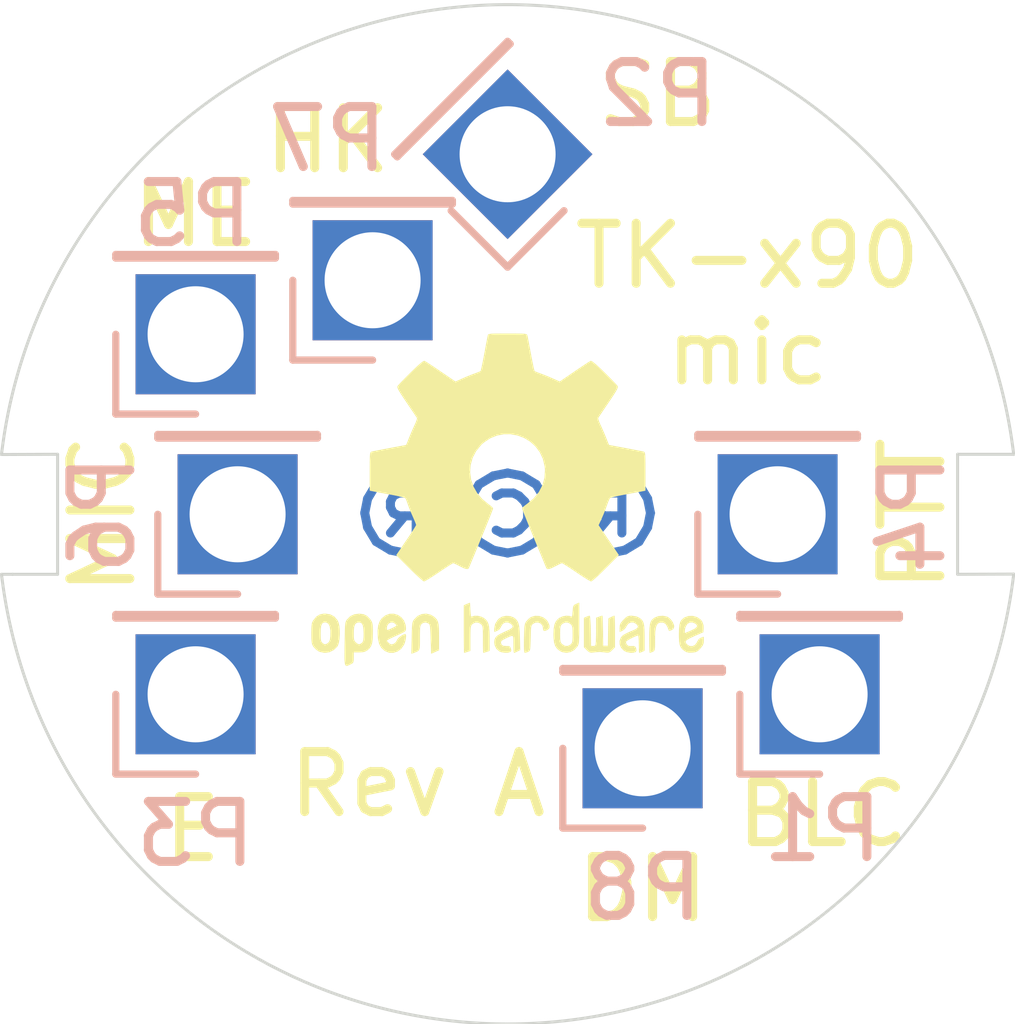
<source format=kicad_pcb>
(kicad_pcb (version 20171130) (host pcbnew 5.1.5-1.fc31)

  (general
    (thickness 1.6)
    (drawings 12)
    (tracks 0)
    (zones 0)
    (modules 9)
    (nets 1)
  )

  (page USLetter)
  (title_block
    (title "TK-x90 Microphone")
    (date 2020-04-14)
    (rev A)
    (company "Mobilinkd LLC")
    (comment 1 "CC BY-SA 4.0")
    (comment 2 https://creativecommons.org/licenses/by-sa/4.0/)
    (comment 3 "© 2020 Mobilinkd LLC")
  )

  (layers
    (0 F.Cu signal)
    (31 B.Cu signal)
    (32 B.Adhes user)
    (33 F.Adhes user)
    (34 B.Paste user)
    (35 F.Paste user)
    (36 B.SilkS user)
    (37 F.SilkS user)
    (38 B.Mask user)
    (39 F.Mask user)
    (40 Dwgs.User user)
    (41 Cmts.User user)
    (42 Eco1.User user)
    (43 Eco2.User user)
    (44 Edge.Cuts user)
    (45 Margin user)
    (46 B.CrtYd user)
    (47 F.CrtYd user)
    (48 B.Fab user)
    (49 F.Fab user)
  )

  (setup
    (last_trace_width 0.25)
    (trace_clearance 0.2)
    (zone_clearance 0.508)
    (zone_45_only no)
    (trace_min 0.2)
    (via_size 0.8)
    (via_drill 0.4)
    (via_min_size 0.4)
    (via_min_drill 0.3)
    (uvia_size 0.3)
    (uvia_drill 0.1)
    (uvias_allowed no)
    (uvia_min_size 0.2)
    (uvia_min_drill 0.1)
    (edge_width 0.05)
    (segment_width 0.2)
    (pcb_text_width 0.3)
    (pcb_text_size 1.5 1.5)
    (mod_edge_width 0.12)
    (mod_text_size 1 1)
    (mod_text_width 0.15)
    (pad_size 2 2)
    (pad_drill 1.4)
    (pad_to_mask_clearance 0.051)
    (solder_mask_min_width 0.25)
    (aux_axis_origin 0 0)
    (visible_elements FFFFFF7F)
    (pcbplotparams
      (layerselection 0x010fc_ffffffff)
      (usegerberextensions false)
      (usegerberattributes false)
      (usegerberadvancedattributes false)
      (creategerberjobfile false)
      (excludeedgelayer true)
      (linewidth 0.100000)
      (plotframeref false)
      (viasonmask false)
      (mode 1)
      (useauxorigin false)
      (hpglpennumber 1)
      (hpglpenspeed 20)
      (hpglpendiameter 15.000000)
      (psnegative false)
      (psa4output false)
      (plotreference true)
      (plotvalue true)
      (plotinvisibletext false)
      (padsonsilk false)
      (subtractmaskfromsilk false)
      (outputformat 1)
      (mirror false)
      (drillshape 0)
      (scaleselection 1)
      (outputdirectory "Gerbers"))
  )

  (net 0 "")

  (net_class Default "This is the default net class."
    (clearance 0.2)
    (trace_width 0.25)
    (via_dia 0.8)
    (via_drill 0.4)
    (uvia_dia 0.3)
    (uvia_drill 0.1)
  )

  (module Symbol:OSHW-Logo2_7.3x6mm_SilkScreen (layer F.Cu) (tedit 0) (tstamp 5E969DF7)
    (at 150 99.75)
    (descr "Open Source Hardware Symbol")
    (tags "Logo Symbol OSHW")
    (attr virtual)
    (fp_text reference REF** (at 0 0 180) (layer F.SilkS) hide
      (effects (font (size 1 1) (thickness 0.15)))
    )
    (fp_text value OSHW-Logo2_7.3x6mm_SilkScreen (at 0.75 0 180) (layer F.Fab) hide
      (effects (font (size 1 1) (thickness 0.15)))
    )
    (fp_poly (pts (xy 0.10391 -2.757652) (xy 0.182454 -2.757222) (xy 0.239298 -2.756058) (xy 0.278105 -2.753793)
      (xy 0.302538 -2.75006) (xy 0.316262 -2.744494) (xy 0.32294 -2.736727) (xy 0.326236 -2.726395)
      (xy 0.326556 -2.725057) (xy 0.331562 -2.700921) (xy 0.340829 -2.653299) (xy 0.353392 -2.587259)
      (xy 0.368287 -2.507872) (xy 0.384551 -2.420204) (xy 0.385119 -2.417125) (xy 0.40141 -2.331211)
      (xy 0.416652 -2.255304) (xy 0.429861 -2.193955) (xy 0.440054 -2.151718) (xy 0.446248 -2.133145)
      (xy 0.446543 -2.132816) (xy 0.464788 -2.123747) (xy 0.502405 -2.108633) (xy 0.551271 -2.090738)
      (xy 0.551543 -2.090642) (xy 0.613093 -2.067507) (xy 0.685657 -2.038035) (xy 0.754057 -2.008403)
      (xy 0.757294 -2.006938) (xy 0.868702 -1.956374) (xy 1.115399 -2.12484) (xy 1.191077 -2.176197)
      (xy 1.259631 -2.222111) (xy 1.317088 -2.25997) (xy 1.359476 -2.287163) (xy 1.382825 -2.301079)
      (xy 1.385042 -2.302111) (xy 1.40201 -2.297516) (xy 1.433701 -2.275345) (xy 1.481352 -2.234553)
      (xy 1.546198 -2.174095) (xy 1.612397 -2.109773) (xy 1.676214 -2.046388) (xy 1.733329 -1.988549)
      (xy 1.780305 -1.939825) (xy 1.813703 -1.90379) (xy 1.830085 -1.884016) (xy 1.830694 -1.882998)
      (xy 1.832505 -1.869428) (xy 1.825683 -1.847267) (xy 1.80854 -1.813522) (xy 1.779393 -1.7652)
      (xy 1.736555 -1.699308) (xy 1.679448 -1.614483) (xy 1.628766 -1.539823) (xy 1.583461 -1.47286)
      (xy 1.54615 -1.417484) (xy 1.519452 -1.37758) (xy 1.505985 -1.357038) (xy 1.505137 -1.355644)
      (xy 1.506781 -1.335962) (xy 1.519245 -1.297707) (xy 1.540048 -1.248111) (xy 1.547462 -1.232272)
      (xy 1.579814 -1.16171) (xy 1.614328 -1.081647) (xy 1.642365 -1.012371) (xy 1.662568 -0.960955)
      (xy 1.678615 -0.921881) (xy 1.687888 -0.901459) (xy 1.689041 -0.899886) (xy 1.706096 -0.897279)
      (xy 1.746298 -0.890137) (xy 1.804302 -0.879477) (xy 1.874763 -0.866315) (xy 1.952335 -0.851667)
      (xy 2.031672 -0.836551) (xy 2.107431 -0.821982) (xy 2.174264 -0.808978) (xy 2.226828 -0.798555)
      (xy 2.259776 -0.79173) (xy 2.267857 -0.789801) (xy 2.276205 -0.785038) (xy 2.282506 -0.774282)
      (xy 2.287045 -0.753902) (xy 2.290104 -0.720266) (xy 2.291967 -0.669745) (xy 2.292918 -0.598708)
      (xy 2.29324 -0.503524) (xy 2.293257 -0.464508) (xy 2.293257 -0.147201) (xy 2.217057 -0.132161)
      (xy 2.174663 -0.124005) (xy 2.1114 -0.112101) (xy 2.034962 -0.097884) (xy 1.953043 -0.08279)
      (xy 1.9304 -0.078645) (xy 1.854806 -0.063947) (xy 1.788953 -0.049495) (xy 1.738366 -0.036625)
      (xy 1.708574 -0.026678) (xy 1.703612 -0.023713) (xy 1.691426 -0.002717) (xy 1.673953 0.037967)
      (xy 1.654577 0.090322) (xy 1.650734 0.1016) (xy 1.625339 0.171523) (xy 1.593817 0.250418)
      (xy 1.562969 0.321266) (xy 1.562817 0.321595) (xy 1.511447 0.432733) (xy 1.680399 0.681253)
      (xy 1.849352 0.929772) (xy 1.632429 1.147058) (xy 1.566819 1.211726) (xy 1.506979 1.268733)
      (xy 1.456267 1.315033) (xy 1.418046 1.347584) (xy 1.395675 1.363343) (xy 1.392466 1.364343)
      (xy 1.373626 1.356469) (xy 1.33518 1.334578) (xy 1.28133 1.301267) (xy 1.216276 1.259131)
      (xy 1.14594 1.211943) (xy 1.074555 1.16381) (xy 1.010908 1.121928) (xy 0.959041 1.088871)
      (xy 0.922995 1.067218) (xy 0.906867 1.059543) (xy 0.887189 1.066037) (xy 0.849875 1.08315)
      (xy 0.802621 1.107326) (xy 0.797612 1.110013) (xy 0.733977 1.141927) (xy 0.690341 1.157579)
      (xy 0.663202 1.157745) (xy 0.649057 1.143204) (xy 0.648975 1.143) (xy 0.641905 1.125779)
      (xy 0.625042 1.084899) (xy 0.599695 1.023525) (xy 0.567171 0.944819) (xy 0.528778 0.851947)
      (xy 0.485822 0.748072) (xy 0.444222 0.647502) (xy 0.398504 0.536516) (xy 0.356526 0.433703)
      (xy 0.319548 0.342215) (xy 0.288827 0.265201) (xy 0.265622 0.205815) (xy 0.25119 0.167209)
      (xy 0.246743 0.1528) (xy 0.257896 0.136272) (xy 0.287069 0.10993) (xy 0.325971 0.080887)
      (xy 0.436757 -0.010961) (xy 0.523351 -0.116241) (xy 0.584716 -0.232734) (xy 0.619815 -0.358224)
      (xy 0.627608 -0.490493) (xy 0.621943 -0.551543) (xy 0.591078 -0.678205) (xy 0.53792 -0.790059)
      (xy 0.465767 -0.885999) (xy 0.377917 -0.964924) (xy 0.277665 -1.02573) (xy 0.16831 -1.067313)
      (xy 0.053147 -1.088572) (xy -0.064525 -1.088401) (xy -0.18141 -1.065699) (xy -0.294211 -1.019362)
      (xy -0.399631 -0.948287) (xy -0.443632 -0.908089) (xy -0.528021 -0.804871) (xy -0.586778 -0.692075)
      (xy -0.620296 -0.57299) (xy -0.628965 -0.450905) (xy -0.613177 -0.329107) (xy -0.573322 -0.210884)
      (xy -0.509793 -0.099525) (xy -0.422979 0.001684) (xy -0.325971 0.080887) (xy -0.285563 0.111162)
      (xy -0.257018 0.137219) (xy -0.246743 0.152825) (xy -0.252123 0.169843) (xy -0.267425 0.2105)
      (xy -0.291388 0.271642) (xy -0.322756 0.350119) (xy -0.360268 0.44278) (xy -0.402667 0.546472)
      (xy -0.444337 0.647526) (xy -0.49031 0.758607) (xy -0.532893 0.861541) (xy -0.570779 0.953165)
      (xy -0.60266 1.030316) (xy -0.627229 1.089831) (xy -0.64318 1.128544) (xy -0.64909 1.143)
      (xy -0.663052 1.157685) (xy -0.69006 1.157642) (xy -0.733587 1.142099) (xy -0.79711 1.110284)
      (xy -0.797612 1.110013) (xy -0.84544 1.085323) (xy -0.884103 1.067338) (xy -0.905905 1.059614)
      (xy -0.906867 1.059543) (xy -0.923279 1.067378) (xy -0.959513 1.089165) (xy -1.011526 1.122328)
      (xy -1.075275 1.164291) (xy -1.14594 1.211943) (xy -1.217884 1.260191) (xy -1.282726 1.302151)
      (xy -1.336265 1.335227) (xy -1.374303 1.356821) (xy -1.392467 1.364343) (xy -1.409192 1.354457)
      (xy -1.44282 1.326826) (xy -1.48999 1.284495) (xy -1.547342 1.230505) (xy -1.611516 1.167899)
      (xy -1.632503 1.146983) (xy -1.849501 0.929623) (xy -1.684332 0.68722) (xy -1.634136 0.612781)
      (xy -1.590081 0.545972) (xy -1.554638 0.490665) (xy -1.530281 0.450729) (xy -1.519478 0.430036)
      (xy -1.519162 0.428563) (xy -1.524857 0.409058) (xy -1.540174 0.369822) (xy -1.562463 0.31743)
      (xy -1.578107 0.282355) (xy -1.607359 0.215201) (xy -1.634906 0.147358) (xy -1.656263 0.090034)
      (xy -1.662065 0.072572) (xy -1.678548 0.025938) (xy -1.69466 -0.010095) (xy -1.70351 -0.023713)
      (xy -1.72304 -0.032048) (xy -1.765666 -0.043863) (xy -1.825855 -0.057819) (xy -1.898078 -0.072578)
      (xy -1.9304 -0.078645) (xy -2.012478 -0.093727) (xy -2.091205 -0.108331) (xy -2.158891 -0.12102)
      (xy -2.20784 -0.130358) (xy -2.217057 -0.132161) (xy -2.293257 -0.147201) (xy -2.293257 -0.464508)
      (xy -2.293086 -0.568846) (xy -2.292384 -0.647787) (xy -2.290866 -0.704962) (xy -2.288251 -0.744001)
      (xy -2.284254 -0.768535) (xy -2.278591 -0.782195) (xy -2.27098 -0.788611) (xy -2.267857 -0.789801)
      (xy -2.249022 -0.79402) (xy -2.207412 -0.802438) (xy -2.14837 -0.814039) (xy -2.077243 -0.827805)
      (xy -1.999375 -0.84272) (xy -1.920113 -0.857768) (xy -1.844802 -0.871931) (xy -1.778787 -0.884194)
      (xy -1.727413 -0.893539) (xy -1.696025 -0.89895) (xy -1.689041 -0.899886) (xy -1.682715 -0.912404)
      (xy -1.66871 -0.945754) (xy -1.649645 -0.993623) (xy -1.642366 -1.012371) (xy -1.613004 -1.084805)
      (xy -1.578429 -1.16483) (xy -1.547463 -1.232272) (xy -1.524677 -1.283841) (xy -1.509518 -1.326215)
      (xy -1.504458 -1.352166) (xy -1.505264 -1.355644) (xy -1.515959 -1.372064) (xy -1.54038 -1.408583)
      (xy -1.575905 -1.461313) (xy -1.619913 -1.526365) (xy -1.669783 -1.599849) (xy -1.679644 -1.614355)
      (xy -1.737508 -1.700296) (xy -1.780044 -1.765739) (xy -1.808946 -1.813696) (xy -1.82591 -1.84718)
      (xy -1.832633 -1.869205) (xy -1.83081 -1.882783) (xy -1.830764 -1.882869) (xy -1.816414 -1.900703)
      (xy -1.784677 -1.935183) (xy -1.73899 -1.982732) (xy -1.682796 -2.039778) (xy -1.619532 -2.102745)
      (xy -1.612398 -2.109773) (xy -1.53267 -2.18698) (xy -1.471143 -2.24367) (xy -1.426579 -2.28089)
      (xy -1.397743 -2.299685) (xy -1.385042 -2.302111) (xy -1.366506 -2.291529) (xy -1.328039 -2.267084)
      (xy -1.273614 -2.231388) (xy -1.207202 -2.187053) (xy -1.132775 -2.136689) (xy -1.115399 -2.12484)
      (xy -0.868703 -1.956374) (xy -0.757294 -2.006938) (xy -0.689543 -2.036405) (xy -0.616817 -2.066041)
      (xy -0.554297 -2.08967) (xy -0.551543 -2.090642) (xy -0.50264 -2.108543) (xy -0.464943 -2.12368)
      (xy -0.446575 -2.13279) (xy -0.446544 -2.132816) (xy -0.440715 -2.149283) (xy -0.430808 -2.189781)
      (xy -0.417805 -2.249758) (xy -0.402691 -2.32466) (xy -0.386448 -2.409936) (xy -0.385119 -2.417125)
      (xy -0.368825 -2.504986) (xy -0.353867 -2.58474) (xy -0.341209 -2.651319) (xy -0.331814 -2.699653)
      (xy -0.326646 -2.724675) (xy -0.326556 -2.725057) (xy -0.323411 -2.735701) (xy -0.317296 -2.743738)
      (xy -0.304547 -2.749533) (xy -0.2815 -2.753453) (xy -0.244491 -2.755865) (xy -0.189856 -2.757135)
      (xy -0.113933 -2.757629) (xy -0.013056 -2.757714) (xy 0 -2.757714) (xy 0.10391 -2.757652)) (layer F.SilkS) (width 0.01))
    (fp_poly (pts (xy 3.153595 1.966966) (xy 3.211021 2.004497) (xy 3.238719 2.038096) (xy 3.260662 2.099064)
      (xy 3.262405 2.147308) (xy 3.258457 2.211816) (xy 3.109686 2.276934) (xy 3.037349 2.310202)
      (xy 2.990084 2.336964) (xy 2.965507 2.360144) (xy 2.961237 2.382667) (xy 2.974889 2.407455)
      (xy 2.989943 2.423886) (xy 3.033746 2.450235) (xy 3.081389 2.452081) (xy 3.125145 2.431546)
      (xy 3.157289 2.390752) (xy 3.163038 2.376347) (xy 3.190576 2.331356) (xy 3.222258 2.312182)
      (xy 3.265714 2.295779) (xy 3.265714 2.357966) (xy 3.261872 2.400283) (xy 3.246823 2.435969)
      (xy 3.21528 2.476943) (xy 3.210592 2.482267) (xy 3.175506 2.51872) (xy 3.145347 2.538283)
      (xy 3.107615 2.547283) (xy 3.076335 2.55023) (xy 3.020385 2.550965) (xy 2.980555 2.54166)
      (xy 2.955708 2.527846) (xy 2.916656 2.497467) (xy 2.889625 2.464613) (xy 2.872517 2.423294)
      (xy 2.863238 2.367521) (xy 2.859693 2.291305) (xy 2.85941 2.252622) (xy 2.860372 2.206247)
      (xy 2.948007 2.206247) (xy 2.949023 2.231126) (xy 2.951556 2.2352) (xy 2.968274 2.229665)
      (xy 3.004249 2.215017) (xy 3.052331 2.19419) (xy 3.062386 2.189714) (xy 3.123152 2.158814)
      (xy 3.156632 2.131657) (xy 3.16399 2.10622) (xy 3.146391 2.080481) (xy 3.131856 2.069109)
      (xy 3.07941 2.046364) (xy 3.030322 2.050122) (xy 2.989227 2.077884) (xy 2.960758 2.127152)
      (xy 2.951631 2.166257) (xy 2.948007 2.206247) (xy 2.860372 2.206247) (xy 2.861285 2.162249)
      (xy 2.868196 2.095384) (xy 2.881884 2.046695) (xy 2.904096 2.010849) (xy 2.936574 1.982513)
      (xy 2.950733 1.973355) (xy 3.015053 1.949507) (xy 3.085473 1.948006) (xy 3.153595 1.966966)) (layer F.SilkS) (width 0.01))
    (fp_poly (pts (xy 2.6526 1.958752) (xy 2.669948 1.966334) (xy 2.711356 1.999128) (xy 2.746765 2.046547)
      (xy 2.768664 2.097151) (xy 2.772229 2.122098) (xy 2.760279 2.156927) (xy 2.734067 2.175357)
      (xy 2.705964 2.186516) (xy 2.693095 2.188572) (xy 2.686829 2.173649) (xy 2.674456 2.141175)
      (xy 2.669028 2.126502) (xy 2.63859 2.075744) (xy 2.59452 2.050427) (xy 2.53801 2.051206)
      (xy 2.533825 2.052203) (xy 2.503655 2.066507) (xy 2.481476 2.094393) (xy 2.466327 2.139287)
      (xy 2.45725 2.204615) (xy 2.453286 2.293804) (xy 2.452914 2.341261) (xy 2.45273 2.416071)
      (xy 2.451522 2.467069) (xy 2.448309 2.499471) (xy 2.442109 2.518495) (xy 2.43194 2.529356)
      (xy 2.416819 2.537272) (xy 2.415946 2.53767) (xy 2.386828 2.549981) (xy 2.372403 2.554514)
      (xy 2.370186 2.540809) (xy 2.368289 2.502925) (xy 2.366847 2.445715) (xy 2.365998 2.374027)
      (xy 2.365829 2.321565) (xy 2.366692 2.220047) (xy 2.37007 2.143032) (xy 2.377142 2.086023)
      (xy 2.389088 2.044526) (xy 2.40709 2.014043) (xy 2.432327 1.99008) (xy 2.457247 1.973355)
      (xy 2.517171 1.951097) (xy 2.586911 1.946076) (xy 2.6526 1.958752)) (layer F.SilkS) (width 0.01))
    (fp_poly (pts (xy 2.144876 1.956335) (xy 2.186667 1.975344) (xy 2.219469 1.998378) (xy 2.243503 2.024133)
      (xy 2.260097 2.057358) (xy 2.270577 2.1028) (xy 2.276271 2.165207) (xy 2.278507 2.249327)
      (xy 2.278743 2.304721) (xy 2.278743 2.520826) (xy 2.241774 2.53767) (xy 2.212656 2.549981)
      (xy 2.198231 2.554514) (xy 2.195472 2.541025) (xy 2.193282 2.504653) (xy 2.191942 2.451542)
      (xy 2.191657 2.409372) (xy 2.190434 2.348447) (xy 2.187136 2.300115) (xy 2.182321 2.270518)
      (xy 2.178496 2.264229) (xy 2.152783 2.270652) (xy 2.112418 2.287125) (xy 2.065679 2.309458)
      (xy 2.020845 2.333457) (xy 1.986193 2.35493) (xy 1.970002 2.369685) (xy 1.969938 2.369845)
      (xy 1.97133 2.397152) (xy 1.983818 2.423219) (xy 2.005743 2.444392) (xy 2.037743 2.451474)
      (xy 2.065092 2.450649) (xy 2.103826 2.450042) (xy 2.124158 2.459116) (xy 2.136369 2.483092)
      (xy 2.137909 2.487613) (xy 2.143203 2.521806) (xy 2.129047 2.542568) (xy 2.092148 2.552462)
      (xy 2.052289 2.554292) (xy 1.980562 2.540727) (xy 1.943432 2.521355) (xy 1.897576 2.475845)
      (xy 1.873256 2.419983) (xy 1.871073 2.360957) (xy 1.891629 2.305953) (xy 1.922549 2.271486)
      (xy 1.95342 2.252189) (xy 2.001942 2.227759) (xy 2.058485 2.202985) (xy 2.06791 2.199199)
      (xy 2.130019 2.171791) (xy 2.165822 2.147634) (xy 2.177337 2.123619) (xy 2.16658 2.096635)
      (xy 2.148114 2.075543) (xy 2.104469 2.049572) (xy 2.056446 2.047624) (xy 2.012406 2.067637)
      (xy 1.980709 2.107551) (xy 1.976549 2.117848) (xy 1.952327 2.155724) (xy 1.916965 2.183842)
      (xy 1.872343 2.206917) (xy 1.872343 2.141485) (xy 1.874969 2.101506) (xy 1.88623 2.069997)
      (xy 1.911199 2.036378) (xy 1.935169 2.010484) (xy 1.972441 1.973817) (xy 2.001401 1.954121)
      (xy 2.032505 1.94622) (xy 2.067713 1.944914) (xy 2.144876 1.956335)) (layer F.SilkS) (width 0.01))
    (fp_poly (pts (xy 1.779833 1.958663) (xy 1.782048 1.99685) (xy 1.783784 2.054886) (xy 1.784899 2.12818)
      (xy 1.785257 2.205055) (xy 1.785257 2.465196) (xy 1.739326 2.511127) (xy 1.707675 2.539429)
      (xy 1.67989 2.550893) (xy 1.641915 2.550168) (xy 1.62684 2.548321) (xy 1.579726 2.542948)
      (xy 1.540756 2.539869) (xy 1.531257 2.539585) (xy 1.499233 2.541445) (xy 1.453432 2.546114)
      (xy 1.435674 2.548321) (xy 1.392057 2.551735) (xy 1.362745 2.54432) (xy 1.33368 2.521427)
      (xy 1.323188 2.511127) (xy 1.277257 2.465196) (xy 1.277257 1.978602) (xy 1.314226 1.961758)
      (xy 1.346059 1.949282) (xy 1.364683 1.944914) (xy 1.369458 1.958718) (xy 1.373921 1.997286)
      (xy 1.377775 2.056356) (xy 1.380722 2.131663) (xy 1.382143 2.195286) (xy 1.386114 2.445657)
      (xy 1.420759 2.450556) (xy 1.452268 2.447131) (xy 1.467708 2.436041) (xy 1.472023 2.415308)
      (xy 1.475708 2.371145) (xy 1.478469 2.309146) (xy 1.480012 2.234909) (xy 1.480235 2.196706)
      (xy 1.480457 1.976783) (xy 1.526166 1.960849) (xy 1.558518 1.950015) (xy 1.576115 1.944962)
      (xy 1.576623 1.944914) (xy 1.578388 1.958648) (xy 1.580329 1.99673) (xy 1.582282 2.054482)
      (xy 1.584084 2.127227) (xy 1.585343 2.195286) (xy 1.589314 2.445657) (xy 1.6764 2.445657)
      (xy 1.680396 2.21724) (xy 1.684392 1.988822) (xy 1.726847 1.966868) (xy 1.758192 1.951793)
      (xy 1.776744 1.944951) (xy 1.777279 1.944914) (xy 1.779833 1.958663)) (layer F.SilkS) (width 0.01))
    (fp_poly (pts (xy 1.190117 2.065358) (xy 1.189933 2.173837) (xy 1.189219 2.257287) (xy 1.187675 2.319704)
      (xy 1.185001 2.365085) (xy 1.180894 2.397429) (xy 1.175055 2.420733) (xy 1.167182 2.438995)
      (xy 1.161221 2.449418) (xy 1.111855 2.505945) (xy 1.049264 2.541377) (xy 0.980013 2.55409)
      (xy 0.910668 2.542463) (xy 0.869375 2.521568) (xy 0.826025 2.485422) (xy 0.796481 2.441276)
      (xy 0.778655 2.383462) (xy 0.770463 2.306313) (xy 0.769302 2.249714) (xy 0.769458 2.245647)
      (xy 0.870857 2.245647) (xy 0.871476 2.31055) (xy 0.874314 2.353514) (xy 0.88084 2.381622)
      (xy 0.892523 2.401953) (xy 0.906483 2.417288) (xy 0.953365 2.44689) (xy 1.003701 2.449419)
      (xy 1.051276 2.424705) (xy 1.054979 2.421356) (xy 1.070783 2.403935) (xy 1.080693 2.383209)
      (xy 1.086058 2.352362) (xy 1.088228 2.304577) (xy 1.088571 2.251748) (xy 1.087827 2.185381)
      (xy 1.084748 2.141106) (xy 1.078061 2.112009) (xy 1.066496 2.091173) (xy 1.057013 2.080107)
      (xy 1.01296 2.052198) (xy 0.962224 2.048843) (xy 0.913796 2.070159) (xy 0.90445 2.078073)
      (xy 0.88854 2.095647) (xy 0.87861 2.116587) (xy 0.873278 2.147782) (xy 0.871163 2.196122)
      (xy 0.870857 2.245647) (xy 0.769458 2.245647) (xy 0.77281 2.158568) (xy 0.784726 2.090086)
      (xy 0.807135 2.0386) (xy 0.842124 1.998443) (xy 0.869375 1.977861) (xy 0.918907 1.955625)
      (xy 0.976316 1.945304) (xy 1.029682 1.948067) (xy 1.059543 1.959212) (xy 1.071261 1.962383)
      (xy 1.079037 1.950557) (xy 1.084465 1.918866) (xy 1.088571 1.870593) (xy 1.093067 1.816829)
      (xy 1.099313 1.784482) (xy 1.110676 1.765985) (xy 1.130528 1.75377) (xy 1.143 1.748362)
      (xy 1.190171 1.728601) (xy 1.190117 2.065358)) (layer F.SilkS) (width 0.01))
    (fp_poly (pts (xy 0.529926 1.949755) (xy 0.595858 1.974084) (xy 0.649273 2.017117) (xy 0.670164 2.047409)
      (xy 0.692939 2.102994) (xy 0.692466 2.143186) (xy 0.668562 2.170217) (xy 0.659717 2.174813)
      (xy 0.62153 2.189144) (xy 0.602028 2.185472) (xy 0.595422 2.161407) (xy 0.595086 2.148114)
      (xy 0.582992 2.09921) (xy 0.551471 2.064999) (xy 0.507659 2.048476) (xy 0.458695 2.052634)
      (xy 0.418894 2.074227) (xy 0.40545 2.086544) (xy 0.395921 2.101487) (xy 0.389485 2.124075)
      (xy 0.385317 2.159328) (xy 0.382597 2.212266) (xy 0.380502 2.287907) (xy 0.37996 2.311857)
      (xy 0.377981 2.39379) (xy 0.375731 2.451455) (xy 0.372357 2.489608) (xy 0.367006 2.513004)
      (xy 0.358824 2.526398) (xy 0.346959 2.534545) (xy 0.339362 2.538144) (xy 0.307102 2.550452)
      (xy 0.288111 2.554514) (xy 0.281836 2.540948) (xy 0.278006 2.499934) (xy 0.2766 2.430999)
      (xy 0.277598 2.333669) (xy 0.277908 2.318657) (xy 0.280101 2.229859) (xy 0.282693 2.165019)
      (xy 0.286382 2.119067) (xy 0.291864 2.086935) (xy 0.299835 2.063553) (xy 0.310993 2.043852)
      (xy 0.31683 2.03541) (xy 0.350296 1.998057) (xy 0.387727 1.969003) (xy 0.392309 1.966467)
      (xy 0.459426 1.946443) (xy 0.529926 1.949755)) (layer F.SilkS) (width 0.01))
    (fp_poly (pts (xy 0.039744 1.950968) (xy 0.096616 1.972087) (xy 0.097267 1.972493) (xy 0.13244 1.99838)
      (xy 0.158407 2.028633) (xy 0.17667 2.068058) (xy 0.188732 2.121462) (xy 0.196096 2.193651)
      (xy 0.200264 2.289432) (xy 0.200629 2.303078) (xy 0.205876 2.508842) (xy 0.161716 2.531678)
      (xy 0.129763 2.54711) (xy 0.11047 2.554423) (xy 0.109578 2.554514) (xy 0.106239 2.541022)
      (xy 0.103587 2.504626) (xy 0.101956 2.451452) (xy 0.1016 2.408393) (xy 0.101592 2.338641)
      (xy 0.098403 2.294837) (xy 0.087288 2.273944) (xy 0.063501 2.272925) (xy 0.022296 2.288741)
      (xy -0.039914 2.317815) (xy -0.085659 2.341963) (xy -0.109187 2.362913) (xy -0.116104 2.385747)
      (xy -0.116114 2.386877) (xy -0.104701 2.426212) (xy -0.070908 2.447462) (xy -0.019191 2.450539)
      (xy 0.018061 2.450006) (xy 0.037703 2.460735) (xy 0.049952 2.486505) (xy 0.057002 2.519337)
      (xy 0.046842 2.537966) (xy 0.043017 2.540632) (xy 0.007001 2.55134) (xy -0.043434 2.552856)
      (xy -0.095374 2.545759) (xy -0.132178 2.532788) (xy -0.183062 2.489585) (xy -0.211986 2.429446)
      (xy -0.217714 2.382462) (xy -0.213343 2.340082) (xy -0.197525 2.305488) (xy -0.166203 2.274763)
      (xy -0.115322 2.24399) (xy -0.040824 2.209252) (xy -0.036286 2.207288) (xy 0.030821 2.176287)
      (xy 0.072232 2.150862) (xy 0.089981 2.128014) (xy 0.086107 2.104745) (xy 0.062643 2.078056)
      (xy 0.055627 2.071914) (xy 0.00863 2.0481) (xy -0.040067 2.049103) (xy -0.082478 2.072451)
      (xy -0.110616 2.115675) (xy -0.113231 2.12416) (xy -0.138692 2.165308) (xy -0.170999 2.185128)
      (xy -0.217714 2.20477) (xy -0.217714 2.15395) (xy -0.203504 2.080082) (xy -0.161325 2.012327)
      (xy -0.139376 1.989661) (xy -0.089483 1.960569) (xy -0.026033 1.9474) (xy 0.039744 1.950968)) (layer F.SilkS) (width 0.01))
    (fp_poly (pts (xy -0.624114 1.851289) (xy -0.619861 1.910613) (xy -0.614975 1.945572) (xy -0.608205 1.96082)
      (xy -0.598298 1.961015) (xy -0.595086 1.959195) (xy -0.552356 1.946015) (xy -0.496773 1.946785)
      (xy -0.440263 1.960333) (xy -0.404918 1.977861) (xy -0.368679 2.005861) (xy -0.342187 2.037549)
      (xy -0.324001 2.077813) (xy -0.312678 2.131543) (xy -0.306778 2.203626) (xy -0.304857 2.298951)
      (xy -0.304823 2.317237) (xy -0.3048 2.522646) (xy -0.350509 2.53858) (xy -0.382973 2.54942)
      (xy -0.400785 2.554468) (xy -0.401309 2.554514) (xy -0.403063 2.540828) (xy -0.404556 2.503076)
      (xy -0.405674 2.446224) (xy -0.406303 2.375234) (xy -0.4064 2.332073) (xy -0.406602 2.246973)
      (xy -0.407642 2.185981) (xy -0.410169 2.144177) (xy -0.414836 2.116642) (xy -0.422293 2.098456)
      (xy -0.433189 2.084698) (xy -0.439993 2.078073) (xy -0.486728 2.051375) (xy -0.537728 2.049375)
      (xy -0.583999 2.071955) (xy -0.592556 2.080107) (xy -0.605107 2.095436) (xy -0.613812 2.113618)
      (xy -0.619369 2.139909) (xy -0.622474 2.179562) (xy -0.623824 2.237832) (xy -0.624114 2.318173)
      (xy -0.624114 2.522646) (xy -0.669823 2.53858) (xy -0.702287 2.54942) (xy -0.720099 2.554468)
      (xy -0.720623 2.554514) (xy -0.721963 2.540623) (xy -0.723172 2.501439) (xy -0.724199 2.4407)
      (xy -0.724998 2.362141) (xy -0.725519 2.269498) (xy -0.725714 2.166509) (xy -0.725714 1.769342)
      (xy -0.678543 1.749444) (xy -0.631371 1.729547) (xy -0.624114 1.851289)) (layer F.SilkS) (width 0.01))
    (fp_poly (pts (xy -1.831697 1.931239) (xy -1.774473 1.969735) (xy -1.730251 2.025335) (xy -1.703833 2.096086)
      (xy -1.69849 2.148162) (xy -1.699097 2.169893) (xy -1.704178 2.186531) (xy -1.718145 2.201437)
      (xy -1.745411 2.217973) (xy -1.790388 2.239498) (xy -1.857489 2.269374) (xy -1.857829 2.269524)
      (xy -1.919593 2.297813) (xy -1.970241 2.322933) (xy -2.004596 2.342179) (xy -2.017482 2.352848)
      (xy -2.017486 2.352934) (xy -2.006128 2.376166) (xy -1.979569 2.401774) (xy -1.949077 2.420221)
      (xy -1.93363 2.423886) (xy -1.891485 2.411212) (xy -1.855192 2.379471) (xy -1.837483 2.344572)
      (xy -1.820448 2.318845) (xy -1.787078 2.289546) (xy -1.747851 2.264235) (xy -1.713244 2.250471)
      (xy -1.706007 2.249714) (xy -1.697861 2.26216) (xy -1.69737 2.293972) (xy -1.703357 2.336866)
      (xy -1.714643 2.382558) (xy -1.73005 2.422761) (xy -1.730829 2.424322) (xy -1.777196 2.489062)
      (xy -1.837289 2.533097) (xy -1.905535 2.554711) (xy -1.976362 2.552185) (xy -2.044196 2.523804)
      (xy -2.047212 2.521808) (xy -2.100573 2.473448) (xy -2.13566 2.410352) (xy -2.155078 2.327387)
      (xy -2.157684 2.304078) (xy -2.162299 2.194055) (xy -2.156767 2.142748) (xy -2.017486 2.142748)
      (xy -2.015676 2.174753) (xy -2.005778 2.184093) (xy -1.981102 2.177105) (xy -1.942205 2.160587)
      (xy -1.898725 2.139881) (xy -1.897644 2.139333) (xy -1.860791 2.119949) (xy -1.846 2.107013)
      (xy -1.849647 2.093451) (xy -1.865005 2.075632) (xy -1.904077 2.049845) (xy -1.946154 2.04795)
      (xy -1.983897 2.066717) (xy -2.009966 2.102915) (xy -2.017486 2.142748) (xy -2.156767 2.142748)
      (xy -2.152806 2.106027) (xy -2.12845 2.036212) (xy -2.094544 1.987302) (xy -2.033347 1.937878)
      (xy -1.965937 1.913359) (xy -1.89712 1.911797) (xy -1.831697 1.931239)) (layer F.SilkS) (width 0.01))
    (fp_poly (pts (xy -2.958885 1.921962) (xy -2.890855 1.957733) (xy -2.840649 2.015301) (xy -2.822815 2.052312)
      (xy -2.808937 2.107882) (xy -2.801833 2.178096) (xy -2.80116 2.254727) (xy -2.806573 2.329552)
      (xy -2.81773 2.394342) (xy -2.834286 2.440873) (xy -2.839374 2.448887) (xy -2.899645 2.508707)
      (xy -2.971231 2.544535) (xy -3.048908 2.55502) (xy -3.127452 2.53881) (xy -3.149311 2.529092)
      (xy -3.191878 2.499143) (xy -3.229237 2.459433) (xy -3.232768 2.454397) (xy -3.247119 2.430124)
      (xy -3.256606 2.404178) (xy -3.26221 2.370022) (xy -3.264914 2.321119) (xy -3.265701 2.250935)
      (xy -3.265714 2.2352) (xy -3.265678 2.230192) (xy -3.120571 2.230192) (xy -3.119727 2.29643)
      (xy -3.116404 2.340386) (xy -3.109417 2.368779) (xy -3.097584 2.388325) (xy -3.091543 2.394857)
      (xy -3.056814 2.41968) (xy -3.023097 2.418548) (xy -2.989005 2.397016) (xy -2.968671 2.374029)
      (xy -2.956629 2.340478) (xy -2.949866 2.287569) (xy -2.949402 2.281399) (xy -2.948248 2.185513)
      (xy -2.960312 2.114299) (xy -2.98543 2.068194) (xy -3.02344 2.047635) (xy -3.037008 2.046514)
      (xy -3.072636 2.052152) (xy -3.097006 2.071686) (xy -3.111907 2.109042) (xy -3.119125 2.16815)
      (xy -3.120571 2.230192) (xy -3.265678 2.230192) (xy -3.265174 2.160413) (xy -3.262904 2.108159)
      (xy -3.257932 2.071949) (xy -3.249287 2.045299) (xy -3.235995 2.021722) (xy -3.233057 2.017338)
      (xy -3.183687 1.958249) (xy -3.129891 1.923947) (xy -3.064398 1.910331) (xy -3.042158 1.909665)
      (xy -2.958885 1.921962)) (layer F.SilkS) (width 0.01))
    (fp_poly (pts (xy -1.283907 1.92778) (xy -1.237328 1.954723) (xy -1.204943 1.981466) (xy -1.181258 2.009484)
      (xy -1.164941 2.043748) (xy -1.154661 2.089227) (xy -1.149086 2.150892) (xy -1.146884 2.233711)
      (xy -1.146629 2.293246) (xy -1.146629 2.512391) (xy -1.208314 2.540044) (xy -1.27 2.567697)
      (xy -1.277257 2.32767) (xy -1.280256 2.238028) (xy -1.283402 2.172962) (xy -1.287299 2.128026)
      (xy -1.292553 2.09877) (xy -1.299769 2.080748) (xy -1.30955 2.069511) (xy -1.312688 2.067079)
      (xy -1.360239 2.048083) (xy -1.408303 2.0556) (xy -1.436914 2.075543) (xy -1.448553 2.089675)
      (xy -1.456609 2.10822) (xy -1.461729 2.136334) (xy -1.464559 2.179173) (xy -1.465744 2.241895)
      (xy -1.465943 2.307261) (xy -1.465982 2.389268) (xy -1.467386 2.447316) (xy -1.472086 2.486465)
      (xy -1.482013 2.51178) (xy -1.499097 2.528323) (xy -1.525268 2.541156) (xy -1.560225 2.554491)
      (xy -1.598404 2.569007) (xy -1.593859 2.311389) (xy -1.592029 2.218519) (xy -1.589888 2.149889)
      (xy -1.586819 2.100711) (xy -1.582206 2.066198) (xy -1.575432 2.041562) (xy -1.565881 2.022016)
      (xy -1.554366 2.00477) (xy -1.49881 1.94968) (xy -1.43102 1.917822) (xy -1.357287 1.910191)
      (xy -1.283907 1.92778)) (layer F.SilkS) (width 0.01))
    (fp_poly (pts (xy -2.400256 1.919918) (xy -2.344799 1.947568) (xy -2.295852 1.99848) (xy -2.282371 2.017338)
      (xy -2.267686 2.042015) (xy -2.258158 2.068816) (xy -2.252707 2.104587) (xy -2.250253 2.156169)
      (xy -2.249714 2.224267) (xy -2.252148 2.317588) (xy -2.260606 2.387657) (xy -2.276826 2.439931)
      (xy -2.302546 2.479869) (xy -2.339503 2.512929) (xy -2.342218 2.514886) (xy -2.37864 2.534908)
      (xy -2.422498 2.544815) (xy -2.478276 2.547257) (xy -2.568952 2.547257) (xy -2.56899 2.635283)
      (xy -2.569834 2.684308) (xy -2.574976 2.713065) (xy -2.588413 2.730311) (xy -2.614142 2.744808)
      (xy -2.620321 2.747769) (xy -2.649236 2.761648) (xy -2.671624 2.770414) (xy -2.688271 2.771171)
      (xy -2.699964 2.761023) (xy -2.70749 2.737073) (xy -2.711634 2.696426) (xy -2.713185 2.636186)
      (xy -2.712929 2.553455) (xy -2.711651 2.445339) (xy -2.711252 2.413) (xy -2.709815 2.301524)
      (xy -2.708528 2.228603) (xy -2.569029 2.228603) (xy -2.568245 2.290499) (xy -2.56476 2.330997)
      (xy -2.556876 2.357708) (xy -2.542895 2.378244) (xy -2.533403 2.38826) (xy -2.494596 2.417567)
      (xy -2.460237 2.419952) (xy -2.424784 2.39575) (xy -2.423886 2.394857) (xy -2.409461 2.376153)
      (xy -2.400687 2.350732) (xy -2.396261 2.311584) (xy -2.394882 2.251697) (xy -2.394857 2.23843)
      (xy -2.398188 2.155901) (xy -2.409031 2.098691) (xy -2.42866 2.063766) (xy -2.45835 2.048094)
      (xy -2.475509 2.046514) (xy -2.516234 2.053926) (xy -2.544168 2.07833) (xy -2.560983 2.12298)
      (xy -2.56835 2.19113) (xy -2.569029 2.228603) (xy -2.708528 2.228603) (xy -2.708292 2.215245)
      (xy -2.706323 2.150333) (xy -2.70355 2.102958) (xy -2.699612 2.06929) (xy -2.694151 2.045498)
      (xy -2.686808 2.027753) (xy -2.677223 2.012224) (xy -2.673113 2.006381) (xy -2.618595 1.951185)
      (xy -2.549664 1.91989) (xy -2.469928 1.911165) (xy -2.400256 1.919918)) (layer F.SilkS) (width 0.01))
  )

  (module microphone-pcb:MillMax329SolderCup (layer B.Cu) (tedit 5E963750) (tstamp 5E968AE3)
    (at 152.25 103.9)
    (descr "Through hole straight pin header, 1x01, 2.54mm pitch, single row")
    (tags "Through hole pin header THT 1x01 2.54mm single row")
    (path /5E964D92)
    (fp_text reference P8 (at 0 2.33) (layer B.SilkS)
      (effects (font (size 1 1) (thickness 0.15)) (justify mirror))
    )
    (fp_text value DM (at 0 2.35) (layer F.SilkS)
      (effects (font (size 1 1) (thickness 0.15)))
    )
    (fp_text user %R (at 0 0 -90) (layer B.Fab)
      (effects (font (size 1 1) (thickness 0.15)) (justify mirror))
    )
    (fp_line (start 1.8 1.8) (end -1.8 1.8) (layer B.CrtYd) (width 0.05))
    (fp_line (start 1.8 -1.8) (end 1.8 1.8) (layer B.CrtYd) (width 0.05))
    (fp_line (start -1.8 -1.8) (end 1.8 -1.8) (layer B.CrtYd) (width 0.05))
    (fp_line (start -1.8 1.8) (end -1.8 -1.8) (layer B.CrtYd) (width 0.05))
    (fp_line (start -1.33 1.33) (end 0 1.33) (layer B.SilkS) (width 0.12))
    (fp_line (start -1.33 0) (end -1.33 1.33) (layer B.SilkS) (width 0.12))
    (fp_line (start -1.33 -1.27) (end 1.33 -1.27) (layer B.SilkS) (width 0.12))
    (fp_line (start 1.33 -1.27) (end 1.33 -1.33) (layer B.SilkS) (width 0.12))
    (fp_line (start -1.33 -1.27) (end -1.33 -1.33) (layer B.SilkS) (width 0.12))
    (fp_line (start -1.33 -1.33) (end 1.33 -1.33) (layer B.SilkS) (width 0.12))
    (fp_line (start -1.27 0.635) (end -0.635 1.27) (layer B.Fab) (width 0.1))
    (fp_line (start -1.27 -1.27) (end -1.27 0.635) (layer B.Fab) (width 0.1))
    (fp_line (start 1.27 -1.27) (end -1.27 -1.27) (layer B.Fab) (width 0.1))
    (fp_line (start 1.27 1.27) (end 1.27 -1.27) (layer B.Fab) (width 0.1))
    (fp_line (start -0.635 1.27) (end 1.27 1.27) (layer B.Fab) (width 0.1))
    (pad 1 thru_hole rect (at 0 0) (size 2 2) (drill 1.6) (layers *.Cu *.Mask))
    (model ${KIPRJMOD}/shapes/mill-max-329-13-101-41-540000.step
      (offset (xyz -0.95 -1.27 2.85))
      (scale (xyz 1 1 1))
      (rotate (xyz -90 0 0))
    )
  )

  (module microphone-pcb:MillMax329SolderCup (layer B.Cu) (tedit 5E963750) (tstamp 5E968ACE)
    (at 147.75 96.1)
    (descr "Through hole straight pin header, 1x01, 2.54mm pitch, single row")
    (tags "Through hole pin header THT 1x01 2.54mm single row")
    (path /5E964ACF)
    (fp_text reference P7 (at -0.75 -2.35) (layer B.SilkS)
      (effects (font (size 1 1) (thickness 0.15)) (justify mirror))
    )
    (fp_text value HK (at -0.75 -2.33) (layer F.SilkS)
      (effects (font (size 1 1) (thickness 0.15)))
    )
    (fp_text user %R (at 0 0 -90) (layer B.Fab)
      (effects (font (size 1 1) (thickness 0.15)) (justify mirror))
    )
    (fp_line (start 1.8 1.8) (end -1.8 1.8) (layer B.CrtYd) (width 0.05))
    (fp_line (start 1.8 -1.8) (end 1.8 1.8) (layer B.CrtYd) (width 0.05))
    (fp_line (start -1.8 -1.8) (end 1.8 -1.8) (layer B.CrtYd) (width 0.05))
    (fp_line (start -1.8 1.8) (end -1.8 -1.8) (layer B.CrtYd) (width 0.05))
    (fp_line (start -1.33 1.33) (end 0 1.33) (layer B.SilkS) (width 0.12))
    (fp_line (start -1.33 0) (end -1.33 1.33) (layer B.SilkS) (width 0.12))
    (fp_line (start -1.33 -1.27) (end 1.33 -1.27) (layer B.SilkS) (width 0.12))
    (fp_line (start 1.33 -1.27) (end 1.33 -1.33) (layer B.SilkS) (width 0.12))
    (fp_line (start -1.33 -1.27) (end -1.33 -1.33) (layer B.SilkS) (width 0.12))
    (fp_line (start -1.33 -1.33) (end 1.33 -1.33) (layer B.SilkS) (width 0.12))
    (fp_line (start -1.27 0.635) (end -0.635 1.27) (layer B.Fab) (width 0.1))
    (fp_line (start -1.27 -1.27) (end -1.27 0.635) (layer B.Fab) (width 0.1))
    (fp_line (start 1.27 -1.27) (end -1.27 -1.27) (layer B.Fab) (width 0.1))
    (fp_line (start 1.27 1.27) (end 1.27 -1.27) (layer B.Fab) (width 0.1))
    (fp_line (start -0.635 1.27) (end 1.27 1.27) (layer B.Fab) (width 0.1))
    (pad 1 thru_hole rect (at 0 0) (size 2 2) (drill 1.6) (layers *.Cu *.Mask))
    (model ${KIPRJMOD}/shapes/mill-max-329-13-101-41-540000.step
      (offset (xyz -0.95 -1.27 2.85))
      (scale (xyz 1 1 1))
      (rotate (xyz -90 0 0))
    )
  )

  (module microphone-pcb:MillMax329SolderCup (layer B.Cu) (tedit 5E963750) (tstamp 5E968AB9)
    (at 145.5 100)
    (descr "Through hole straight pin header, 1x01, 2.54mm pitch, single row")
    (tags "Through hole pin header THT 1x01 2.54mm single row")
    (path /5E964841)
    (fp_text reference P6 (at -2.25 0 90) (layer B.SilkS)
      (effects (font (size 1 1) (thickness 0.15)) (justify mirror))
    )
    (fp_text value MIC (at -2.25 0 90) (layer F.SilkS)
      (effects (font (size 1 1) (thickness 0.15)))
    )
    (fp_text user %R (at -2.25 0 90) (layer B.Fab)
      (effects (font (size 1 1) (thickness 0.15)) (justify mirror))
    )
    (fp_line (start 1.8 1.8) (end -1.8 1.8) (layer B.CrtYd) (width 0.05))
    (fp_line (start 1.8 -1.8) (end 1.8 1.8) (layer B.CrtYd) (width 0.05))
    (fp_line (start -1.8 -1.8) (end 1.8 -1.8) (layer B.CrtYd) (width 0.05))
    (fp_line (start -1.8 1.8) (end -1.8 -1.8) (layer B.CrtYd) (width 0.05))
    (fp_line (start -1.33 1.33) (end 0 1.33) (layer B.SilkS) (width 0.12))
    (fp_line (start -1.33 0) (end -1.33 1.33) (layer B.SilkS) (width 0.12))
    (fp_line (start -1.33 -1.27) (end 1.33 -1.27) (layer B.SilkS) (width 0.12))
    (fp_line (start 1.33 -1.27) (end 1.33 -1.33) (layer B.SilkS) (width 0.12))
    (fp_line (start -1.33 -1.27) (end -1.33 -1.33) (layer B.SilkS) (width 0.12))
    (fp_line (start -1.33 -1.33) (end 1.33 -1.33) (layer B.SilkS) (width 0.12))
    (fp_line (start -1.27 0.635) (end -0.635 1.27) (layer B.Fab) (width 0.1))
    (fp_line (start -1.27 -1.27) (end -1.27 0.635) (layer B.Fab) (width 0.1))
    (fp_line (start 1.27 -1.27) (end -1.27 -1.27) (layer B.Fab) (width 0.1))
    (fp_line (start 1.27 1.27) (end 1.27 -1.27) (layer B.Fab) (width 0.1))
    (fp_line (start -0.635 1.27) (end 1.27 1.27) (layer B.Fab) (width 0.1))
    (pad 1 thru_hole rect (at 0 0) (size 2 2) (drill 1.6) (layers *.Cu *.Mask))
    (model ${KIPRJMOD}/shapes/mill-max-329-13-101-41-540000.step
      (offset (xyz -0.95 -1.27 2.85))
      (scale (xyz 1 1 1))
      (rotate (xyz -90 0 0))
    )
  )

  (module microphone-pcb:MillMax329SolderCup (layer B.Cu) (tedit 5E963750) (tstamp 5E968AA4)
    (at 144.8 97)
    (descr "Through hole straight pin header, 1x01, 2.54mm pitch, single row")
    (tags "Through hole pin header THT 1x01 2.54mm single row")
    (path /5E964598)
    (fp_text reference P5 (at -0.05 -2) (layer B.SilkS)
      (effects (font (size 1 1) (thickness 0.15)) (justify mirror))
    )
    (fp_text value ME (at 0 -2) (layer F.SilkS)
      (effects (font (size 1 1) (thickness 0.15)))
    )
    (fp_text user %R (at 0 0 -90) (layer B.Fab)
      (effects (font (size 1 1) (thickness 0.15)) (justify mirror))
    )
    (fp_line (start 1.8 1.8) (end -1.8 1.8) (layer B.CrtYd) (width 0.05))
    (fp_line (start 1.8 -1.8) (end 1.8 1.8) (layer B.CrtYd) (width 0.05))
    (fp_line (start -1.8 -1.8) (end 1.8 -1.8) (layer B.CrtYd) (width 0.05))
    (fp_line (start -1.8 1.8) (end -1.8 -1.8) (layer B.CrtYd) (width 0.05))
    (fp_line (start -1.33 1.33) (end 0 1.33) (layer B.SilkS) (width 0.12))
    (fp_line (start -1.33 0) (end -1.33 1.33) (layer B.SilkS) (width 0.12))
    (fp_line (start -1.33 -1.27) (end 1.33 -1.27) (layer B.SilkS) (width 0.12))
    (fp_line (start 1.33 -1.27) (end 1.33 -1.33) (layer B.SilkS) (width 0.12))
    (fp_line (start -1.33 -1.27) (end -1.33 -1.33) (layer B.SilkS) (width 0.12))
    (fp_line (start -1.33 -1.33) (end 1.33 -1.33) (layer B.SilkS) (width 0.12))
    (fp_line (start -1.27 0.635) (end -0.635 1.27) (layer B.Fab) (width 0.1))
    (fp_line (start -1.27 -1.27) (end -1.27 0.635) (layer B.Fab) (width 0.1))
    (fp_line (start 1.27 -1.27) (end -1.27 -1.27) (layer B.Fab) (width 0.1))
    (fp_line (start 1.27 1.27) (end 1.27 -1.27) (layer B.Fab) (width 0.1))
    (fp_line (start -0.635 1.27) (end 1.27 1.27) (layer B.Fab) (width 0.1))
    (pad 1 thru_hole rect (at 0 0) (size 2 2) (drill 1.6) (layers *.Cu *.Mask))
    (model ${KIPRJMOD}/shapes/mill-max-329-13-101-41-540000.step
      (offset (xyz -0.95 -1.27 2.85))
      (scale (xyz 1 1 1))
      (rotate (xyz -90 0 0))
    )
  )

  (module microphone-pcb:MillMax329SolderCup (layer B.Cu) (tedit 5E963750) (tstamp 5E968A8F)
    (at 154.5 100)
    (descr "Through hole straight pin header, 1x01, 2.54mm pitch, single row")
    (tags "Through hole pin header THT 1x01 2.54mm single row")
    (path /5E9643BC)
    (fp_text reference P4 (at 2.25 0 90) (layer B.SilkS)
      (effects (font (size 1 1) (thickness 0.15)) (justify mirror))
    )
    (fp_text value PTT (at 2.25 0 90) (layer F.SilkS)
      (effects (font (size 1 1) (thickness 0.15)))
    )
    (fp_text user %R (at 0.05 2.25 180) (layer B.Fab)
      (effects (font (size 1 1) (thickness 0.15)) (justify mirror))
    )
    (fp_line (start 1.8 1.8) (end -1.8 1.8) (layer B.CrtYd) (width 0.05))
    (fp_line (start 1.8 -1.8) (end 1.8 1.8) (layer B.CrtYd) (width 0.05))
    (fp_line (start -1.8 -1.8) (end 1.8 -1.8) (layer B.CrtYd) (width 0.05))
    (fp_line (start -1.8 1.8) (end -1.8 -1.8) (layer B.CrtYd) (width 0.05))
    (fp_line (start -1.33 1.33) (end 0 1.33) (layer B.SilkS) (width 0.12))
    (fp_line (start -1.33 0) (end -1.33 1.33) (layer B.SilkS) (width 0.12))
    (fp_line (start -1.33 -1.27) (end 1.33 -1.27) (layer B.SilkS) (width 0.12))
    (fp_line (start 1.33 -1.27) (end 1.33 -1.33) (layer B.SilkS) (width 0.12))
    (fp_line (start -1.33 -1.27) (end -1.33 -1.33) (layer B.SilkS) (width 0.12))
    (fp_line (start -1.33 -1.33) (end 1.33 -1.33) (layer B.SilkS) (width 0.12))
    (fp_line (start -1.27 0.635) (end -0.635 1.27) (layer B.Fab) (width 0.1))
    (fp_line (start -1.27 -1.27) (end -1.27 0.635) (layer B.Fab) (width 0.1))
    (fp_line (start 1.27 -1.27) (end -1.27 -1.27) (layer B.Fab) (width 0.1))
    (fp_line (start 1.27 1.27) (end 1.27 -1.27) (layer B.Fab) (width 0.1))
    (fp_line (start -0.635 1.27) (end 1.27 1.27) (layer B.Fab) (width 0.1))
    (pad 1 thru_hole rect (at 0 0) (size 2 2) (drill 1.6) (layers *.Cu *.Mask))
    (model ${KIPRJMOD}/shapes/mill-max-329-13-101-41-540000.step
      (offset (xyz -0.95 -1.27 2.85))
      (scale (xyz 1 1 1))
      (rotate (xyz -90 0 0))
    )
  )

  (module microphone-pcb:MillMax329SolderCup (layer B.Cu) (tedit 5E963750) (tstamp 5E968A7A)
    (at 144.8 103)
    (descr "Through hole straight pin header, 1x01, 2.54mm pitch, single row")
    (tags "Through hole pin header THT 1x01 2.54mm single row")
    (path /5E96411E)
    (fp_text reference P3 (at 0 2.33) (layer B.SilkS)
      (effects (font (size 1 1) (thickness 0.15)) (justify mirror))
    )
    (fp_text value E (at -0.05 2.25) (layer F.SilkS)
      (effects (font (size 1 1) (thickness 0.15)))
    )
    (fp_text user %R (at 0 0 -90) (layer B.Fab)
      (effects (font (size 1 1) (thickness 0.15)) (justify mirror))
    )
    (fp_line (start 1.8 1.8) (end -1.8 1.8) (layer B.CrtYd) (width 0.05))
    (fp_line (start 1.8 -1.8) (end 1.8 1.8) (layer B.CrtYd) (width 0.05))
    (fp_line (start -1.8 -1.8) (end 1.8 -1.8) (layer B.CrtYd) (width 0.05))
    (fp_line (start -1.8 1.8) (end -1.8 -1.8) (layer B.CrtYd) (width 0.05))
    (fp_line (start -1.33 1.33) (end 0 1.33) (layer B.SilkS) (width 0.12))
    (fp_line (start -1.33 0) (end -1.33 1.33) (layer B.SilkS) (width 0.12))
    (fp_line (start -1.33 -1.27) (end 1.33 -1.27) (layer B.SilkS) (width 0.12))
    (fp_line (start 1.33 -1.27) (end 1.33 -1.33) (layer B.SilkS) (width 0.12))
    (fp_line (start -1.33 -1.27) (end -1.33 -1.33) (layer B.SilkS) (width 0.12))
    (fp_line (start -1.33 -1.33) (end 1.33 -1.33) (layer B.SilkS) (width 0.12))
    (fp_line (start -1.27 0.635) (end -0.635 1.27) (layer B.Fab) (width 0.1))
    (fp_line (start -1.27 -1.27) (end -1.27 0.635) (layer B.Fab) (width 0.1))
    (fp_line (start 1.27 -1.27) (end -1.27 -1.27) (layer B.Fab) (width 0.1))
    (fp_line (start 1.27 1.27) (end 1.27 -1.27) (layer B.Fab) (width 0.1))
    (fp_line (start -0.635 1.27) (end 1.27 1.27) (layer B.Fab) (width 0.1))
    (pad 1 thru_hole rect (at 0 0) (size 2 2) (drill 1.6) (layers *.Cu *.Mask))
    (model ${KIPRJMOD}/shapes/mill-max-329-13-101-41-540000.step
      (offset (xyz -0.95 -1.27 2.85))
      (scale (xyz 1 1 1))
      (rotate (xyz -90 0 0))
    )
  )

  (module microphone-pcb:MillMax329SolderCup (layer B.Cu) (tedit 5E963750) (tstamp 5E9695D7)
    (at 150 94 45)
    (descr "Through hole straight pin header, 1x01, 2.54mm pitch, single row")
    (tags "Through hole pin header THT 1x01 2.54mm single row")
    (path /5E7A72B2)
    (fp_text reference P2 (at 2.474874 1.06066 180) (layer B.SilkS)
      (effects (font (size 1 1) (thickness 0.15)) (justify mirror))
    )
    (fp_text value SB (at 2.474874 1.06066) (layer F.SilkS)
      (effects (font (size 1 1) (thickness 0.15)))
    )
    (fp_text user %R (at 0 0 -45) (layer B.Fab)
      (effects (font (size 1 1) (thickness 0.15)) (justify mirror))
    )
    (fp_line (start 1.8 1.8) (end -1.8 1.8) (layer B.CrtYd) (width 0.05))
    (fp_line (start 1.8 -1.8) (end 1.8 1.8) (layer B.CrtYd) (width 0.05))
    (fp_line (start -1.8 -1.8) (end 1.8 -1.8) (layer B.CrtYd) (width 0.05))
    (fp_line (start -1.8 1.8) (end -1.8 -1.8) (layer B.CrtYd) (width 0.05))
    (fp_line (start -1.33 1.33) (end 0 1.33) (layer B.SilkS) (width 0.12))
    (fp_line (start -1.33 0) (end -1.33 1.33) (layer B.SilkS) (width 0.12))
    (fp_line (start -1.33 -1.27) (end 1.33 -1.27) (layer B.SilkS) (width 0.12))
    (fp_line (start 1.33 -1.27) (end 1.33 -1.33) (layer B.SilkS) (width 0.12))
    (fp_line (start -1.33 -1.27) (end -1.33 -1.33) (layer B.SilkS) (width 0.12))
    (fp_line (start -1.33 -1.33) (end 1.33 -1.33) (layer B.SilkS) (width 0.12))
    (fp_line (start -1.27 0.635) (end -0.635 1.27) (layer B.Fab) (width 0.1))
    (fp_line (start -1.27 -1.27) (end -1.27 0.635) (layer B.Fab) (width 0.1))
    (fp_line (start 1.27 -1.27) (end -1.27 -1.27) (layer B.Fab) (width 0.1))
    (fp_line (start 1.27 1.27) (end 1.27 -1.27) (layer B.Fab) (width 0.1))
    (fp_line (start -0.635 1.27) (end 1.27 1.27) (layer B.Fab) (width 0.1))
    (pad 1 thru_hole rect (at 0 0 45) (size 2 2) (drill 1.6) (layers *.Cu *.Mask))
    (model ${KIPRJMOD}/shapes/mill-max-329-13-101-41-540000.step
      (offset (xyz -0.95 -1.27 2.85))
      (scale (xyz 1 1 1))
      (rotate (xyz -90 0 0))
    )
  )

  (module microphone-pcb:MillMax329SolderCup (layer B.Cu) (tedit 5E963750) (tstamp 5E96A059)
    (at 155.2 103)
    (descr "Through hole straight pin header, 1x01, 2.54mm pitch, single row")
    (tags "Through hole pin header THT 1x01 2.54mm single row")
    (path /5E7A7DDA)
    (fp_text reference P1 (at 0.05 2.25 180) (layer B.SilkS)
      (effects (font (size 1 1) (thickness 0.15)) (justify mirror))
    )
    (fp_text value BLC (at 0.05 2) (layer F.SilkS)
      (effects (font (size 1 1) (thickness 0.15)))
    )
    (fp_text user %R (at 0 0 -90) (layer B.Fab)
      (effects (font (size 1 1) (thickness 0.15)) (justify mirror))
    )
    (fp_line (start 1.8 1.8) (end -1.8 1.8) (layer B.CrtYd) (width 0.05))
    (fp_line (start 1.8 -1.8) (end 1.8 1.8) (layer B.CrtYd) (width 0.05))
    (fp_line (start -1.8 -1.8) (end 1.8 -1.8) (layer B.CrtYd) (width 0.05))
    (fp_line (start -1.8 1.8) (end -1.8 -1.8) (layer B.CrtYd) (width 0.05))
    (fp_line (start -1.33 1.33) (end 0 1.33) (layer B.SilkS) (width 0.12))
    (fp_line (start -1.33 0) (end -1.33 1.33) (layer B.SilkS) (width 0.12))
    (fp_line (start -1.33 -1.27) (end 1.33 -1.27) (layer B.SilkS) (width 0.12))
    (fp_line (start 1.33 -1.27) (end 1.33 -1.33) (layer B.SilkS) (width 0.12))
    (fp_line (start -1.33 -1.27) (end -1.33 -1.33) (layer B.SilkS) (width 0.12))
    (fp_line (start -1.33 -1.33) (end 1.33 -1.33) (layer B.SilkS) (width 0.12))
    (fp_line (start -1.27 0.635) (end -0.635 1.27) (layer B.Fab) (width 0.1))
    (fp_line (start -1.27 -1.27) (end -1.27 0.635) (layer B.Fab) (width 0.1))
    (fp_line (start 1.27 -1.27) (end -1.27 -1.27) (layer B.Fab) (width 0.1))
    (fp_line (start 1.27 1.27) (end 1.27 -1.27) (layer B.Fab) (width 0.1))
    (fp_line (start -0.635 1.27) (end 1.27 1.27) (layer B.Fab) (width 0.1))
    (pad 1 thru_hole rect (at 0 0) (size 2 2) (drill 1.6) (layers *.Cu *.Mask))
    (model ${KIPRJMOD}/shapes/mill-max-329-13-101-41-540000.step
      (offset (xyz -0.95 -1.27 2.85))
      (scale (xyz 1 1 1))
      (rotate (xyz -90 0 0))
    )
  )

  (gr_text "Rev A" (at 148.5 104.5) (layer F.SilkS)
    (effects (font (size 1 1) (thickness 0.15)))
  )
  (gr_text "TK-x90\nmic" (at 154 96.5) (layer F.SilkS)
    (effects (font (size 1 1) (thickness 0.15)))
  )
  (gr_line (start 141.75 101) (end 141.565229 101) (layer Edge.Cuts) (width 0.05) (tstamp 5E8151BB))
  (gr_line (start 142.5 101) (end 141.75 101) (layer Edge.Cuts) (width 0.05))
  (gr_line (start 142.5 99) (end 142.5 101) (layer Edge.Cuts) (width 0.05))
  (gr_arc (start 150 100) (end 141.565229 101) (angle -166.5) (layer Edge.Cuts) (width 0.05))
  (gr_text ®©® (at 150 100) (layer B.Cu)
    (effects (font (size 1 1) (thickness 0.15)) (justify mirror))
  )
  (gr_line (start 157.5 99) (end 158.434325 99) (layer Edge.Cuts) (width 0.05) (tstamp 5E80B7F1))
  (gr_arc (start 150 100) (end 158.434325 99) (angle -166.5024402) (layer Edge.Cuts) (width 0.05))
  (gr_line (start 157.5 101) (end 158.435163 100.996688) (layer Edge.Cuts) (width 0.05) (tstamp 5E80B79B))
  (gr_line (start 157.5 99) (end 157.5 101) (layer Edge.Cuts) (width 0.05))
  (gr_line (start 142.5 99) (end 141.565228 99.003775) (layer Edge.Cuts) (width 0.05) (tstamp 5E780ABD))

)

</source>
